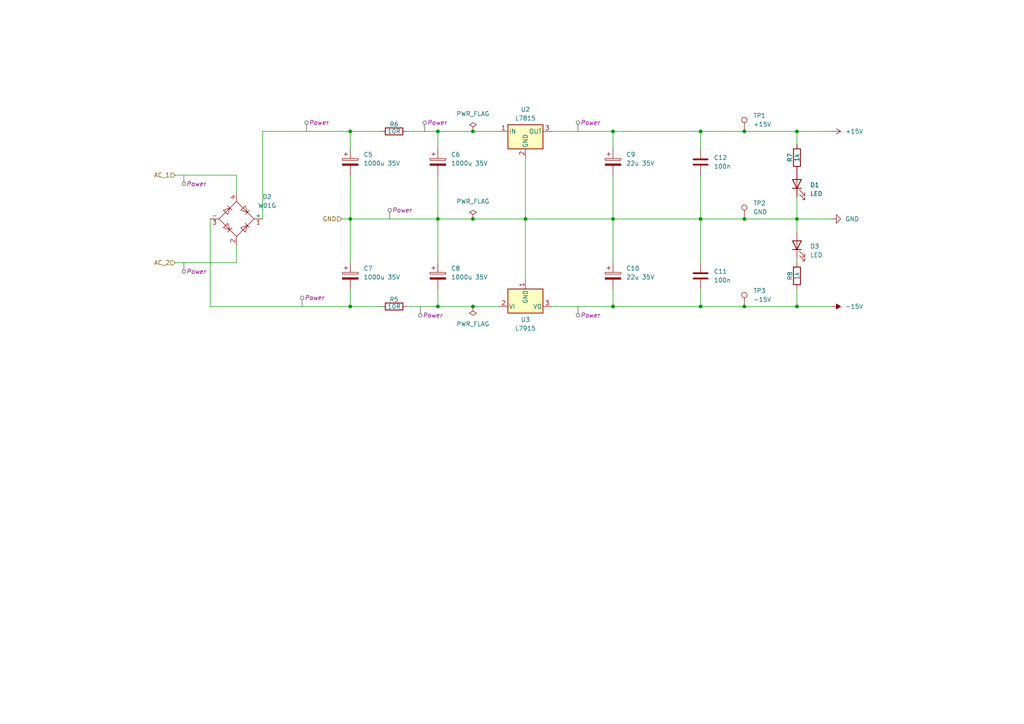
<source format=kicad_sch>
(kicad_sch (version 20231120) (generator "eeschema") (generator_version "8.0")
  (paper "A4")
  (title_block (title "Linear Split Supply AC-DC Converter") (date "2024-08-24") (rev "1.0"))
  (lib_symbols
    (symbol "Connector:TestPoint" (pin_numbers hide) (pin_names (offset 0.762) hide)
      (property "Reference" "TP" (at 0 6.858 0))
      (property "Value" "TestPoint" (at 0 5.08 0))
      (symbol "TestPoint_0_1"
        (circle (center 0 3.302) (radius 0.762))
      )
      (symbol "TestPoint_1_1"
        (pin passive line (at 0 0 90) (length 2.54) (name "1") (number "1"))
      )
    )
    (symbol "Device:C" (pin_numbers hide) (pin_names (offset 0.254))
      (property "Reference" "C" (at 0.635 2.54 0))
      (property "Value" "C" (at 0.635 -2.54 0))
      (symbol "C_0_1"
        (polyline (pts (xy -2.032 -0.762) (xy 2.032 -0.762)) (stroke (width 0.508)))
        (polyline (pts (xy -2.032 0.762) (xy 2.032 0.762)) (stroke (width 0.508)))
      )
      (symbol "C_1_1"
        (pin passive line (at 0 3.81 270) (length 2.794) (name "~") (number "1"))
        (pin passive line (at 0 -3.81 90) (length 2.794) (name "~") (number "2"))
      )
    )
    (symbol "Device:C_Polarized" (pin_numbers hide) (pin_names (offset 0.254))
      (property "Reference" "C" (at 0.635 2.54 0))
      (property "Value" "C_Polarized" (at 0.635 -2.54 0))
      (symbol "C_Polarized_0_1"
        (rectangle (start -2.286 0.508) (end 2.286 1.016))
        (polyline (pts (xy -1.778 2.286) (xy -0.762 2.286)))
        (polyline (pts (xy -1.27 2.794) (xy -1.27 1.778)))
        (rectangle (start 2.286 -0.508) (end -2.286 -1.016) (fill (type outline)))
      )
      (symbol "C_Polarized_1_1"
        (pin passive line (at 0 3.81 270) (length 2.794) (name "~") (number "1"))
        (pin passive line (at 0 -3.81 90) (length 2.794) (name "~") (number "2"))
      )
    )
    (symbol "Device:LED" (pin_numbers hide) (pin_names (offset 1.016) hide)
      (property "Reference" "D" (at 0 2.54 0))
      (property "Value" "LED" (at 0 -2.54 0))
      (symbol "LED_0_1"
        (polyline (pts (xy -1.27 -1.27) (xy -1.27 1.27)) (stroke (width 0.254)))
        (polyline (pts (xy -1.27 0) (xy 1.27 0)))
        (polyline (pts (xy 1.27 -1.27) (xy 1.27 1.27) (xy -1.27 0) (xy 1.27 -1.27)) (stroke (width 0.254)))
        (polyline (pts (xy -3.048 -0.762) (xy -4.572 -2.286) (xy -3.81 -2.286) (xy -4.572 -2.286) (xy -4.572 -1.524)))
        (polyline (pts (xy -1.778 -0.762) (xy -3.302 -2.286) (xy -2.54 -2.286) (xy -3.302 -2.286) (xy -3.302 -1.524)))
      )
      (symbol "LED_1_1"
        (pin passive line (at -3.81 0 0) (length 2.54) (name "K") (number "1"))
        (pin passive line (at 3.81 0 180) (length 2.54) (name "A") (number "2"))
      )
    )
    (symbol "Device:R" (pin_numbers hide) (pin_names (offset 0))
      (property "Reference" "R" (at 2.032 0 90))
      (property "Value" "R" (at 0 0 90))
      (symbol "R_0_1"
        (rectangle (start -1.016 -2.54) (end 1.016 2.54) (stroke (width 0.254)))
      )
      (symbol "R_1_1"
        (pin passive line (at 0 3.81 270) (length 1.27) (name "~") (number "1"))
        (pin passive line (at 0 -3.81 90) (length 1.27) (name "~") (number "2"))
      )
    )
    (symbol "Diode_Bridge:W01G" (pin_names (offset 0))
      (property "Reference" "D" (at 2.54 6.985 0))
      (property "Value" "W01G" (at 2.54 5.08 0))
      (symbol "W01G_0_1"
        (polyline (pts (xy -2.54 3.81) (xy -1.27 2.54)))
        (polyline (pts (xy -1.27 -2.54) (xy -2.54 -3.81)))
        (polyline (pts (xy 2.54 -1.27) (xy 3.81 -2.54)))
        (polyline (pts (xy 2.54 1.27) (xy 3.81 2.54)))
        (polyline (pts (xy -3.81 2.54) (xy -2.54 1.27) (xy -1.905 3.175) (xy -3.81 2.54)))
        (polyline (pts (xy -2.54 -1.27) (xy -3.81 -2.54) (xy -1.905 -3.175) (xy -2.54 -1.27)))
        (polyline (pts (xy 1.27 2.54) (xy 2.54 3.81) (xy 3.175 1.905) (xy 1.27 2.54)))
        (polyline (pts (xy 3.175 -1.905) (xy 1.27 -2.54) (xy 2.54 -3.81) (xy 3.175 -1.905)))
        (polyline (pts (xy -5.08 0) (xy 0 -5.08) (xy 5.08 0) (xy 0 5.08) (xy -5.08 0)))
      )
      (symbol "W01G_1_1"
        (pin passive line (at 7.62 0 180) (length 2.54) (name "+") (number "1"))
        (pin passive line (at 0 -7.62 90) (length 2.54) (name "~") (number "2"))
        (pin passive line (at -7.62 0 0) (length 2.54) (name "-") (number "3"))
        (pin passive line (at 0 7.62 270) (length 2.54) (name "~") (number "4"))
      )
    )
    (symbol "Regulator_Linear:L7815" (pin_names (offset 0.254))
      (property "Reference" "U" (at -3.81 3.175 0))
      (property "Value" "L7815" (at 0 3.175 0))
      (symbol "L7815_0_1"
        (rectangle (start -5.08 1.905) (end 5.08 -5.08) (stroke (width 0.254)) (fill (type background)))
      )
      (symbol "L7815_1_1"
        (pin power_in line (at -7.62 0 0) (length 2.54) (name "IN") (number "1"))
        (pin power_in line (at 0 -7.62 90) (length 2.54) (name "GND") (number "2"))
        (pin power_out line (at 7.62 0 180) (length 2.54) (name "OUT") (number "3"))
      )
    )
    (symbol "Regulator_Linear:L7915" (pin_names (offset 0.254))
      (property "Reference" "U" (at -3.81 -3.175 0))
      (property "Value" "L7915" (at 0 -3.175 0))
      (symbol "L7915_0_1"
        (rectangle (start -5.08 5.08) (end 5.08 -1.905) (stroke (width 0.254)) (fill (type background)))
      )
      (symbol "L7915_1_1"
        (pin power_in line (at 0 7.62 270) (length 2.54) (name "GND") (number "1"))
        (pin power_in line (at -7.62 0 0) (length 2.54) (name "VI") (number "2"))
        (pin power_out line (at 7.62 0 180) (length 2.54) (name "VO") (number "3"))
      )
    )
    (symbol "power:+15V" (power) (pin_numbers hide) (pin_names (offset 0) hide)
      (property "Value" "+15V" (at 0 3.556 0))
      (symbol "+15V_0_1"
        (polyline (pts (xy -0.762 1.27) (xy 0 2.54)))
        (polyline (pts (xy 0 0) (xy 0 2.54)))
        (polyline (pts (xy 0 2.54) (xy 0.762 1.27)))
      )
      (symbol "+15V_1_1"
        (pin power_in line (at 0 0 90) (length 0) (name "~") (number "1"))
      )
    )
    (symbol "power:-15V" (power) (pin_numbers hide) (pin_names (offset 0) hide)
      (property "Value" "-15V" (at 0 3.556 0))
      (symbol "-15V_0_0"
        (pin power_in line (at 0 0 90) (length 0) (name "~") (number "1"))
      )
      (symbol "-15V_0_1"
        (polyline (pts (xy 0 0) (xy 0 1.27) (xy 0.762 1.27) (xy 0 2.54) (xy -0.762 1.27) (xy 0 1.27)) (fill (type outline)))
      )
    )
    (symbol "power:GND" (power) (pin_numbers hide) (pin_names (offset 0) hide)
      (property "Value" "GND" (at 0 -3.81 0))
      (symbol "GND_0_1"
        (polyline (pts (xy 0 0) (xy 0 -1.27) (xy 1.27 -1.27) (xy 0 -2.54) (xy -1.27 -1.27) (xy 0 -1.27)))
      )
      (symbol "GND_1_1"
        (pin power_in line (at 0 0 270) (length 0) (name "~") (number "1"))
      )
    )
    (symbol "power:PWR_FLAG" (power) (pin_numbers hide) (pin_names (offset 0) hide)
      (property "Value" "PWR_FLAG" (at 0 3.81 0))
      (symbol "PWR_FLAG_0_0"
        (pin power_out line (at 0 0 90) (length 0) (name "~") (number "1"))
      )
      (symbol "PWR_FLAG_0_1"
        (polyline (pts (xy 0 0) (xy 0 1.27) (xy -1.016 1.905) (xy 0 2.54) (xy 1.016 1.905) (xy 0 1.27)))
      )
    )
  )
  (junction (at 101.6 63.5))
  (junction (at 127 63.5))
  (junction (at 127 88.9))
  (junction (at 231.14 38.1))
  (junction (at 231.14 63.5))
  (junction (at 231.14 88.9))
  (junction (at 203.2 38.1))
  (junction (at 215.9 38.1))
  (junction (at 127 38.1))
  (junction (at 152.4 63.5))
  (junction (at 177.8 88.9))
  (junction (at 137.16 63.5))
  (junction (at 101.6 38.1))
  (junction (at 177.8 63.5))
  (junction (at 101.6 88.9))
  (junction (at 203.2 88.9))
  (junction (at 137.16 38.1))
  (junction (at 177.8 38.1))
  (junction (at 215.9 63.5))
  (junction (at 215.9 88.9))
  (junction (at 203.2 63.5))
  (junction (at 137.16 88.9))
  (wire (pts (xy 231.14 88.9) (xy 241.3 88.9)))
  (wire (pts (xy 231.14 76.2) (xy 231.14 74.93)))
  (wire (pts (xy 177.8 83.82) (xy 177.8 88.9)))
  (wire (pts (xy 118.11 38.1) (xy 127 38.1)))
  (wire (pts (xy 177.8 63.5) (xy 177.8 76.2)))
  (wire (pts (xy 177.8 63.5) (xy 203.2 63.5)))
  (wire (pts (xy 127 83.82) (xy 127 88.9)))
  (wire (pts (xy 50.8 76.2) (xy 68.58 76.2)))
  (wire (pts (xy 68.58 55.88) (xy 68.58 50.8)))
  (wire (pts (xy 231.14 57.15) (xy 231.14 63.5)))
  (wire (pts (xy 127 88.9) (xy 137.16 88.9)))
  (wire (pts (xy 101.6 63.5) (xy 127 63.5)))
  (wire (pts (xy 76.2 63.5) (xy 76.2 38.1)))
  (wire (pts (xy 101.6 88.9) (xy 110.49 88.9)))
  (wire (pts (xy 231.14 83.82) (xy 231.14 88.9)))
  (wire (pts (xy 203.2 83.82) (xy 203.2 88.9)))
  (wire (pts (xy 101.6 50.8) (xy 101.6 63.5)))
  (wire (pts (xy 203.2 88.9) (xy 177.8 88.9)))
  (wire (pts (xy 177.8 50.8) (xy 177.8 63.5)))
  (wire (pts (xy 101.6 83.82) (xy 101.6 88.9)))
  (wire (pts (xy 203.2 88.9) (xy 215.9 88.9)))
  (wire (pts (xy 203.2 63.5) (xy 203.2 50.8)))
  (wire (pts (xy 152.4 63.5) (xy 152.4 81.28)))
  (wire (pts (xy 60.96 63.5) (xy 60.96 88.9)))
  (wire (pts (xy 50.8 50.8) (xy 68.58 50.8)))
  (wire (pts (xy 160.02 38.1) (xy 177.8 38.1)))
  (wire (pts (xy 68.58 71.12) (xy 68.58 76.2)))
  (wire (pts (xy 60.96 88.9) (xy 101.6 88.9)))
  (wire (pts (xy 127 63.5) (xy 127 76.2)))
  (wire (pts (xy 177.8 38.1) (xy 203.2 38.1)))
  (wire (pts (xy 137.16 38.1) (xy 144.78 38.1)))
  (wire (pts (xy 203.2 38.1) (xy 203.2 43.18)))
  (wire (pts (xy 118.11 88.9) (xy 127 88.9)))
  (wire (pts (xy 152.4 45.72) (xy 152.4 63.5)))
  (wire (pts (xy 231.14 38.1) (xy 231.14 41.91)))
  (wire (pts (xy 231.14 38.1) (xy 241.3 38.1)))
  (wire (pts (xy 127 38.1) (xy 127 43.18)))
  (wire (pts (xy 152.4 63.5) (xy 137.16 63.5)))
  (wire (pts (xy 127 50.8) (xy 127 63.5)))
  (wire (pts (xy 203.2 38.1) (xy 215.9 38.1)))
  (wire (pts (xy 215.9 88.9) (xy 231.14 88.9)))
  (wire (pts (xy 160.02 88.9) (xy 177.8 88.9)))
  (wire (pts (xy 203.2 63.5) (xy 215.9 63.5)))
  (wire (pts (xy 99.06 63.5) (xy 101.6 63.5)))
  (wire (pts (xy 101.6 38.1) (xy 110.49 38.1)))
  (wire (pts (xy 137.16 88.9) (xy 144.78 88.9)))
  (wire (pts (xy 101.6 38.1) (xy 101.6 43.18)))
  (wire (pts (xy 231.14 63.5) (xy 231.14 67.31)))
  (wire (pts (xy 101.6 63.5) (xy 101.6 76.2)))
  (wire (pts (xy 177.8 38.1) (xy 177.8 43.18)))
  (wire (pts (xy 76.2 38.1) (xy 101.6 38.1)))
  (wire (pts (xy 215.9 38.1) (xy 231.14 38.1)))
  (wire (pts (xy 127 38.1) (xy 137.16 38.1)))
  (wire (pts (xy 203.2 63.5) (xy 203.2 76.2)))
  (wire (pts (xy 177.8 63.5) (xy 152.4 63.5)))
  (wire (pts (xy 137.16 63.5) (xy 127 63.5)))
  (wire (pts (xy 215.9 63.5) (xy 231.14 63.5)))
  (wire (pts (xy 231.14 63.5) (xy 241.3 63.5)))
  (hierarchical_label "AC_1" (shape input) (at 50.8 50.8 180))
  (hierarchical_label "GND" (shape input) (at 99.06 63.5 180))
  (hierarchical_label "AC_2" (shape input) (at 50.8 76.2 180))
  (netclass_flag "" (length 2.54) (shape round) (at 167.64 88.9 180) (property "Netclass" "Power" (at 168.3385 91.44 0) (effects (font (italic yes)) (justify left))))
  (netclass_flag "" (length 2.54) (shape round) (at 87.63 88.9 0) (property "Netclass" "Power" (at 88.3285 86.36 0) (effects (font (italic yes)) (justify left))))
  (netclass_flag "" (length 2.54) (shape round) (at 167.64 38.1 0) (property "Netclass" "Power" (at 168.3385 35.56 0) (effects (font (italic yes)) (justify left))))
  (netclass_flag "" (length 2.54) (shape round) (at 53.34 76.2 180) (property "Netclass" "Power" (at 54.0385 78.74 0) (effects (font (italic yes)) (justify left))))
  (netclass_flag "" (length 2.54) (shape round) (at 113.03 63.5 0) (property "Netclass" "Power" (at 113.7285 60.96 0) (effects (font (italic yes)) (justify left))))
  (netclass_flag "" (length 2.54) (shape round) (at 88.9 38.1 0) (property "Netclass" "Power" (at 89.5985 35.56 0) (effects (font (italic yes)) (justify left))))
  (netclass_flag "" (length 2.54) (shape round) (at 121.92 88.9 180) (property "Netclass" "Power" (at 122.6185 91.44 0) (effects (font (italic yes)) (justify left))))
  (netclass_flag "" (length 2.54) (shape round) (at 53.34 50.8 180) (property "Netclass" "Power" (at 54.0385 53.34 0) (effects (font (italic yes)) (justify left))))
  (netclass_flag "" (length 2.54) (shape round) (at 123.19 38.1 0) (property "Netclass" "Power" (at 123.8885 35.56 0) (effects (font (italic yes)) (justify left))))
  (symbol (lib_id "Device:R") (at 114.3 38.1 90) (unit 1)
    (property "Reference" "R6" (at 114.3 36.068 90))
    (property "Value" "10R" (at 114.3 38.1 90))
    (property "Footprint" "Resistor_THT:R_Axial_DIN0207_L6.3mm_D2.5mm_P10.16mm_Horizontal" (effects (hide yes)))
    (property "Description" "Resistor" (effects (hide yes)))
  )
  (symbol (lib_id "Diode_Bridge:W01G") (at 68.58 63.5 0) (unit 1)
    (property "Reference" "D2" (at 77.47 57.0798 0))
    (property "Value" "W01G" (at 77.47 59.6198 0))
    (property "Footprint" "Diode_THT:Diode_Bridge_Round_D9.8mm" (effects (hide yes)))
    (property "Datasheet" "https://www.vishay.com/docs/88769/woo5g.pdf" (effects (hide yes)))
    (property "Description" "Glass Passivated Single-Phase Bridge Rectifier, 70V Vrms, 1.5A If, WOG package" (effects (hide yes)))
  )
  (symbol (lib_id "power:PWR_FLAG") (at 137.16 38.1 0) (unit 1)
    (property "Reference" "#FLG02" (effects (hide yes)))
    (property "Value" "PWR_FLAG" (at 137.16 33.02 0))
    (property "Description" "Special symbol for telling ERC where power comes from" (effects (hide yes)))
  )
  (symbol (lib_id "power:+15V") (at 241.3 38.1 270) (unit 1)
    (property "Reference" "#PWR017" (effects (hide yes)))
    (property "Value" "+15V" (at 245.11 38.0999 90) (effects (justify left)))
    (property "Description" "Power symbol creates a global label with name \"+15V\"" (effects (hide yes)))
  )
  (symbol (lib_id "power:-15V") (at 241.3 88.9 270) (unit 1)
    (property "Reference" "#PWR018" (effects (hide yes)))
    (property "Value" "-15V" (at 245.11 88.8999 90) (effects (justify left)))
    (property "Description" "Power symbol creates a global label with name \"-15V\"" (effects (hide yes)))
  )
  (symbol (lib_id "power:GND") (at 241.3 63.5 90) (unit 1)
    (property "Reference" "#PWR021" (effects (hide yes)))
    (property "Value" "GND" (at 245.11 63.4999 90) (effects (justify right)))
    (property "Description" "Power symbol creates a global label with name \"GND\" , ground" (effects (hide yes)))
  )
  (symbol (lib_id "Device:C") (at 203.2 46.99 180) (unit 1)
    (property "Reference" "C12" (at 207.01 45.7199 0) (effects (justify right)))
    (property "Value" "100n" (at 207.01 48.2599 0) (effects (justify right)))
    (property "Footprint" "Capacitor_THT:C_Disc_D5.0mm_W2.5mm_P5.00mm" (effects (hide yes)))
    (property "Description" "Unpolarized capacitor" (effects (hide yes)))
  )
  (symbol (lib_id "power:PWR_FLAG") (at 137.16 63.5 0) (unit 1)
    (property "Reference" "#FLG03" (effects (hide yes)))
    (property "Value" "PWR_FLAG" (at 137.16 58.42 0))
    (property "Description" "Special symbol for telling ERC where power comes from" (effects (hide yes)))
  )
  (symbol (lib_id "Device:C_Polarized") (at 101.6 46.99 0) (unit 1)
    (property "Reference" "C5" (at 105.41 44.8309 0) (effects (justify left)))
    (property "Value" "1000u 35V" (at 105.41 47.3709 0) (effects (justify left)))
    (property "Footprint" "Capacitor_THT:CP_Radial_D10.0mm_P5.00mm" (effects (hide yes)))
    (property "Description" "Polarized capacitor" (effects (hide yes)))
  )
  (symbol (lib_id "Device:C_Polarized") (at 127 80.01 0) (unit 1)
    (property "Reference" "C8" (at 130.81 77.8509 0) (effects (justify left)))
    (property "Value" "1000u 35V" (at 130.81 80.3909 0) (effects (justify left)))
    (property "Footprint" "Capacitor_THT:CP_Radial_D10.0mm_P5.00mm" (effects (hide yes)))
    (property "Description" "Polarized capacitor" (effects (hide yes)))
  )
  (symbol (lib_id "Connector:TestPoint") (at 215.9 63.5 0) (unit 1)
    (property "Reference" "TP2" (at 218.44 58.9279 0) (effects (justify left)))
    (property "Value" "GND" (at 218.44 61.4679 0) (effects (justify left)))
    (property "Footprint" "Connector_PinHeader_2.54mm:PinHeader_1x01_P2.54mm_Vertical" (effects (hide yes)))
    (property "Description" "test point" (effects (hide yes)))
  )
  (symbol (lib_id "Connector:TestPoint") (at 215.9 88.9 0) (unit 1)
    (property "Reference" "TP3" (at 218.44 84.3279 0) (effects (justify left)))
    (property "Value" "-15V" (at 218.44 86.8679 0) (effects (justify left)))
    (property "Footprint" "Connector_PinHeader_2.54mm:PinHeader_1x01_P2.54mm_Vertical" (effects (hide yes)))
    (property "Description" "test point" (effects (hide yes)))
  )
  (symbol (lib_id "Device:R") (at 231.14 45.72 180) (unit 1)
    (property "Reference" "R7" (at 229.108 45.72 90))
    (property "Value" "1k" (at 231.14 45.72 90))
    (property "Footprint" "Resistor_THT:R_Axial_DIN0207_L6.3mm_D2.5mm_P10.16mm_Horizontal" (effects (hide yes)))
    (property "Description" "Resistor" (effects (hide yes)))
  )
  (symbol (lib_id "Device:LED") (at 231.14 53.34 90) (unit 1)
    (property "Reference" "D1" (at 234.95 53.6574 90) (effects (justify right)))
    (property "Value" "LED" (at 234.95 56.1974 90) (effects (justify right)))
    (property "Footprint" "LED_THT:LED_D5.0mm_FlatTop" (effects (hide yes)))
    (property "Description" "Light emitting diode" (effects (hide yes)))
  )
  (symbol (lib_id "Regulator_Linear:L7815") (at 152.4 38.1 0) (unit 1)
    (property "Reference" "U2" (at 152.4 31.75 0))
    (property "Value" "L7815" (at 152.4 34.29 0))
    (property "Footprint" "Package_TO_SOT_THT:TO-220-3_Vertical" (effects (hide yes)))
    (property "Datasheet" "http://www.st.com/content/ccc/resource/technical/document/datasheet/41/4f/b3/b0/12/d4/47/88/CD00000444.pdf/files/CD00000444.pdf/jcr:content/translations/en.CD00000444.pdf" (effects (hide yes)))
    (property "Description" "Positive 1.5A 35V Linear Regulator, Fixed Output 15V, TO-220/TO-263/TO-252" (effects (hide yes)))
  )
  (symbol (lib_id "Device:C_Polarized") (at 127 46.99 0) (unit 1)
    (property "Reference" "C6" (at 130.81 44.8309 0) (effects (justify left)))
    (property "Value" "1000u 35V" (at 130.81 47.3709 0) (effects (justify left)))
    (property "Footprint" "Capacitor_THT:CP_Radial_D10.0mm_P5.00mm" (effects (hide yes)))
    (property "Description" "Polarized capacitor" (effects (hide yes)))
  )
  (symbol (lib_id "power:PWR_FLAG") (at 137.16 88.9 180) (unit 1)
    (property "Reference" "#FLG01" (effects (hide yes)))
    (property "Value" "PWR_FLAG" (at 137.16 93.98 0))
    (property "Description" "Special symbol for telling ERC where power comes from" (effects (hide yes)))
  )
  (symbol (lib_id "Device:LED") (at 231.14 71.12 90) (unit 1)
    (property "Reference" "D3" (at 234.95 71.4374 90) (effects (justify right)))
    (property "Value" "LED" (at 234.95 73.9774 90) (effects (justify right)))
    (property "Footprint" "LED_THT:LED_D5.0mm_FlatTop" (effects (hide yes)))
    (property "Description" "Light emitting diode" (effects (hide yes)))
  )
  (symbol (lib_id "Device:C_Polarized") (at 177.8 46.99 0) (unit 1)
    (property "Reference" "C9" (at 181.61 44.8309 0) (effects (justify left)))
    (property "Value" "22u 35V" (at 181.61 47.3709 0) (effects (justify left)))
    (property "Footprint" "Capacitor_THT:CP_Radial_D5.0mm_P2.00mm" (effects (hide yes)))
    (property "Description" "Polarized capacitor" (effects (hide yes)))
  )
  (symbol (lib_id "Device:C_Polarized") (at 177.8 80.01 0) (unit 1)
    (property "Reference" "C10" (at 181.61 77.8509 0) (effects (justify left)))
    (property "Value" "22u 35V" (at 181.61 80.3909 0) (effects (justify left)))
    (property "Footprint" "Capacitor_THT:CP_Radial_D5.0mm_P2.00mm" (effects (hide yes)))
    (property "Description" "Polarized capacitor" (effects (hide yes)))
  )
  (symbol (lib_id "Device:C") (at 203.2 80.01 180) (unit 1)
    (property "Reference" "C11" (at 207.01 78.7399 0) (effects (justify right)))
    (property "Value" "100n" (at 207.01 81.2799 0) (effects (justify right)))
    (property "Footprint" "Capacitor_THT:C_Disc_D5.0mm_W2.5mm_P5.00mm" (effects (hide yes)))
    (property "Description" "Unpolarized capacitor" (effects (hide yes)))
  )
  (symbol (lib_id "Regulator_Linear:L7915") (at 152.4 88.9 0) (unit 1)
    (property "Reference" "U3" (at 152.4 92.71 0))
    (property "Value" "L7915" (at 152.4 95.25 0))
    (property "Footprint" "Package_TO_SOT_THT:TO-220-3_Vertical" (effects (hide yes)))
    (property "Datasheet" "http://www.st.com/content/ccc/resource/technical/document/datasheet/c9/16/86/41/c7/2b/45/f2/CD00000450.pdf/files/CD00000450.pdf/jcr:content/translations/en.CD00000450.pdf" (effects (hide yes)))
    (property "Description" "Negative 1.5A 35V Linear Regulator, Fixed Output -15V, TO-220/TO-263" (effects (hide yes)))
  )
  (symbol (lib_id "Connector:TestPoint") (at 215.9 38.1 0) (unit 1)
    (property "Reference" "TP1" (at 218.44 33.5279 0) (effects (justify left)))
    (property "Value" "+15V" (at 218.44 36.0679 0) (effects (justify left)))
    (property "Footprint" "Connector_PinHeader_2.54mm:PinHeader_1x01_P2.54mm_Vertical" (effects (hide yes)))
    (property "Description" "test point" (effects (hide yes)))
  )
  (symbol (lib_id "Device:C_Polarized") (at 101.6 80.01 0) (unit 1)
    (property "Reference" "C7" (at 105.41 77.8509 0) (effects (justify left)))
    (property "Value" "1000u 35V" (at 105.41 80.3909 0) (effects (justify left)))
    (property "Footprint" "Capacitor_THT:CP_Radial_D10.0mm_P5.00mm" (effects (hide yes)))
    (property "Description" "Polarized capacitor" (effects (hide yes)))
  )
  (symbol (lib_id "Device:R") (at 114.3 88.9 90) (unit 1)
    (property "Reference" "R5" (at 114.3 86.868 90))
    (property "Value" "10R" (at 114.3 88.9 90))
    (property "Footprint" "Resistor_THT:R_Axial_DIN0207_L6.3mm_D2.5mm_P10.16mm_Horizontal" (effects (hide yes)))
    (property "Description" "Resistor" (effects (hide yes)))
  )
  (symbol (lib_id "Device:R") (at 231.14 80.01 180) (unit 1)
    (property "Reference" "R8" (at 229.108 80.01 90))
    (property "Value" "1k" (at 231.14 80.01 90))
    (property "Footprint" "Resistor_THT:R_Axial_DIN0207_L6.3mm_D2.5mm_P10.16mm_Horizontal" (effects (hide yes)))
    (property "Description" "Resistor" (effects (hide yes)))
  )
)
</source>
